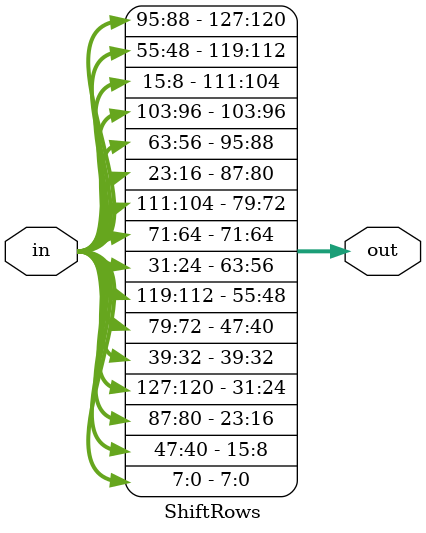
<source format=v>
module ShiftRows(input [127:0] in,output [127:0] out);

assign out[7:0] = in[7:0];
assign out[39:32] = in[39:32];
assign out[71:64] = in[71:64];
assign out[103:96] = in[103:96];

assign out[15:8] = in[47:40];
assign out[47:40] = in[79:72];
assign out[79:72] = in[111:104];
assign out[111:104] = in[15:8];

assign out[23:16] = in[87:80];
assign out[55:48] = in[119:112];
assign out[87:80] = in[23:16];
assign out[119:112] = in[55:48];

assign out[31:24] = in[127:120];
assign out[63:56] = in[31:24];
assign out[95:88] = in[63:56];
assign out[127:120] = in[95:88];

endmodule
</source>
